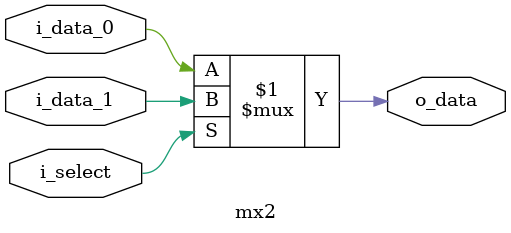
<source format=v>

module ror
(	
	output reg	[7:0]	o_data,
	input		[7:0]	i_data,
	input		[2:0]	i_samt
);
	
	wire		[7:0]	stg_0;
	wire		[7:0]	stg_1;

	//	2^2 Stage
	mx2
	u_mx2_0_0(
		.o_data				(o_data			),
		.i_data_0			(i_data[0]		),
		.i_data_1			(i_data[4]		),
		.i_select			(i_samt[2]		)
	);

	mx2
	u_mx2_0_1(
		.o_data				(o_data			),
		.i_data_0			(i_data[1]		),
		.i_data_1			(i_data[5]		),
		.i_select			(i_samt[2]		)
	);

	mx2
	u_mx2_0_2(
		.o_data				(o_data			),
		.i_data_0			(i_data[2]		),
		.i_data_1			(i_data[6]		),
		.i_select			(i_samt[2]		)
	);

	mx2
	u_mx2_0_3(
		.o_data				(o_data			),
		.i_data_0			(i_data[3]		),
		.i_data_1			(i_data[7]		),
		.i_select			(i_samt[2]		)
	);

	mx2
	u_mx2_0_4(
		.o_data				(o_data			),
		.i_data_0			(i_data[4]		),
		.i_data_1			(i_data[1]		),
		.i_select			(i_samt[2]		)
	);

	mx2
	u_mx2_0_5(
		.o_data				(o_data			),
		.i_data_0			(i_data[5]		),
		.i_data_1			(i_data[2]		),
		.i_select			(i_samt[2]		)
	);

	mx2
	u_mx2_0_6(
		.o_data				(o_data			),
		.i_data_0			(i_data[6]		),
		.i_data_1			(i_data[3]		),
		.i_select			(i_samt[2]		)
	);

	mx2
	u_mx2_0_7(
		.o_data				(o_data			),
		.i_data_0			(i_data[7]		),
		.i_data_1			(i_data[4]		),
		.i_select			(i_samt[2]		)
	);




endmodule


module	mx2
(
	output		o_data,
	input		i_data_0,
	input		i_data_1,
	input		i_select
);
	assign	o_data	= i_select ? i_data_1 : i_data_0;

endmodule


</source>
